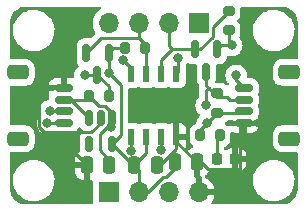
<source format=gtl>
%TF.GenerationSoftware,KiCad,Pcbnew,(6.0.10)*%
%TF.CreationDate,2023-01-14T14:38:52-05:00*%
%TF.ProjectId,AS5600-Breakout,41533536-3030-42d4-9272-65616b6f7574,rev?*%
%TF.SameCoordinates,Original*%
%TF.FileFunction,Copper,L1,Top*%
%TF.FilePolarity,Positive*%
%FSLAX46Y46*%
G04 Gerber Fmt 4.6, Leading zero omitted, Abs format (unit mm)*
G04 Created by KiCad (PCBNEW (6.0.10)) date 2023-01-14 14:38:52*
%MOMM*%
%LPD*%
G01*
G04 APERTURE LIST*
G04 Aperture macros list*
%AMRoundRect*
0 Rectangle with rounded corners*
0 $1 Rounding radius*
0 $2 $3 $4 $5 $6 $7 $8 $9 X,Y pos of 4 corners*
0 Add a 4 corners polygon primitive as box body*
4,1,4,$2,$3,$4,$5,$6,$7,$8,$9,$2,$3,0*
0 Add four circle primitives for the rounded corners*
1,1,$1+$1,$2,$3*
1,1,$1+$1,$4,$5*
1,1,$1+$1,$6,$7*
1,1,$1+$1,$8,$9*
0 Add four rect primitives between the rounded corners*
20,1,$1+$1,$2,$3,$4,$5,0*
20,1,$1+$1,$4,$5,$6,$7,0*
20,1,$1+$1,$6,$7,$8,$9,0*
20,1,$1+$1,$8,$9,$2,$3,0*%
G04 Aperture macros list end*
%TA.AperFunction,SMDPad,CuDef*%
%ADD10RoundRect,0.250000X-0.250000X-0.475000X0.250000X-0.475000X0.250000X0.475000X-0.250000X0.475000X0*%
%TD*%
%TA.AperFunction,SMDPad,CuDef*%
%ADD11RoundRect,0.218750X0.218750X0.256250X-0.218750X0.256250X-0.218750X-0.256250X0.218750X-0.256250X0*%
%TD*%
%TA.AperFunction,SMDPad,CuDef*%
%ADD12R,0.600000X1.400000*%
%TD*%
%TA.AperFunction,SMDPad,CuDef*%
%ADD13RoundRect,0.150000X-0.625000X0.150000X-0.625000X-0.150000X0.625000X-0.150000X0.625000X0.150000X0*%
%TD*%
%TA.AperFunction,SMDPad,CuDef*%
%ADD14RoundRect,0.250000X-0.650000X0.350000X-0.650000X-0.350000X0.650000X-0.350000X0.650000X0.350000X0*%
%TD*%
%TA.AperFunction,SMDPad,CuDef*%
%ADD15RoundRect,0.200000X0.275000X-0.200000X0.275000X0.200000X-0.275000X0.200000X-0.275000X-0.200000X0*%
%TD*%
%TA.AperFunction,SMDPad,CuDef*%
%ADD16RoundRect,0.150000X0.625000X-0.150000X0.625000X0.150000X-0.625000X0.150000X-0.625000X-0.150000X0*%
%TD*%
%TA.AperFunction,SMDPad,CuDef*%
%ADD17RoundRect,0.250000X0.650000X-0.350000X0.650000X0.350000X-0.650000X0.350000X-0.650000X-0.350000X0*%
%TD*%
%TA.AperFunction,SMDPad,CuDef*%
%ADD18RoundRect,0.250000X0.250000X0.475000X-0.250000X0.475000X-0.250000X-0.475000X0.250000X-0.475000X0*%
%TD*%
%TA.AperFunction,ComponentPad*%
%ADD19R,1.700000X1.700000*%
%TD*%
%TA.AperFunction,ComponentPad*%
%ADD20O,1.700000X1.700000*%
%TD*%
%TA.AperFunction,SMDPad,CuDef*%
%ADD21RoundRect,0.200000X-0.200000X-0.275000X0.200000X-0.275000X0.200000X0.275000X-0.200000X0.275000X0*%
%TD*%
%TA.AperFunction,SMDPad,CuDef*%
%ADD22RoundRect,0.150000X-0.150000X0.587500X-0.150000X-0.587500X0.150000X-0.587500X0.150000X0.587500X0*%
%TD*%
%TA.AperFunction,SMDPad,CuDef*%
%ADD23RoundRect,0.150000X-0.150000X0.512500X-0.150000X-0.512500X0.150000X-0.512500X0.150000X0.512500X0*%
%TD*%
%TA.AperFunction,ViaPad*%
%ADD24C,0.800000*%
%TD*%
%TA.AperFunction,Conductor*%
%ADD25C,0.250000*%
%TD*%
G04 APERTURE END LIST*
D10*
%TO.P,C3,1*%
%TO.N,3.3V*%
X126238000Y-89916000D03*
%TO.P,C3,2*%
%TO.N,GND*%
X128138000Y-89916000D03*
%TD*%
D11*
%TO.P,D1,1,K*%
%TO.N,GND*%
X131369000Y-89662000D03*
%TO.P,D1,2,A*%
%TO.N,Net-(D1-Pad2)*%
X129794000Y-89662000D03*
%TD*%
D12*
%TO.P,U2,1,VDD5V*%
%TO.N,5V*%
X122555000Y-87790000D03*
%TO.P,U2,2,VDD3V3*%
%TO.N,3.3V*%
X123825000Y-87790000D03*
%TO.P,U2,3,OUT*%
%TO.N,OUT*%
X125095000Y-87790000D03*
%TO.P,U2,4,GND*%
%TO.N,GND*%
X126365000Y-87790000D03*
%TO.P,U2,5,PGO*%
%TO.N,PGO*%
X126365000Y-82390000D03*
%TO.P,U2,6,SDA*%
%TO.N,SDA_3v*%
X125095000Y-82390000D03*
%TO.P,U2,7,SCL*%
%TO.N,SCL_3v*%
X123825000Y-82390000D03*
%TO.P,U2,8,DIR*%
%TO.N,DIR*%
X122555000Y-82390000D03*
%TD*%
D13*
%TO.P,J4,1,Pin_1*%
%TO.N,GND*%
X116840000Y-83590000D03*
%TO.P,J4,2,Pin_2*%
%TO.N,VCC*%
X116840000Y-84590000D03*
%TO.P,J4,3,Pin_3*%
%TO.N,SDA*%
X116840000Y-85590000D03*
%TO.P,J4,4,Pin_4*%
%TO.N,SCL*%
X116840000Y-86590000D03*
D14*
%TO.P,J4,MP*%
%TO.N,N/C*%
X112965000Y-82290000D03*
X112965000Y-87890000D03*
%TD*%
D15*
%TO.P,R2,1*%
%TO.N,VCC*%
X129840000Y-85724000D03*
%TO.P,R2,2*%
%TO.N,SDA*%
X129840000Y-84074000D03*
%TD*%
D16*
%TO.P,J3,1,Pin_1*%
%TO.N,GND*%
X132080000Y-86590000D03*
%TO.P,J3,2,Pin_2*%
%TO.N,VCC*%
X132080000Y-85590000D03*
%TO.P,J3,3,Pin_3*%
%TO.N,SDA*%
X132080000Y-84590000D03*
%TO.P,J3,4,Pin_4*%
%TO.N,SCL*%
X132080000Y-83590000D03*
D17*
%TO.P,J3,MP*%
%TO.N,N/C*%
X135955000Y-82290000D03*
X135955000Y-87890000D03*
%TD*%
D10*
%TO.P,C2,1*%
%TO.N,3.3V*%
X122814000Y-90170000D03*
%TO.P,C2,2*%
%TO.N,GND*%
X124714000Y-90170000D03*
%TD*%
D18*
%TO.P,C1,1*%
%TO.N,VCC*%
X120696000Y-90170000D03*
%TO.P,C1,2*%
%TO.N,GND*%
X118796000Y-90170000D03*
%TD*%
D19*
%TO.P,J2,1,Pin_1*%
%TO.N,PGO*%
X128270000Y-78105000D03*
D20*
%TO.P,J2,2,Pin_2*%
%TO.N,SDA_3v*%
X125730000Y-78105000D03*
%TO.P,J2,3,Pin_3*%
%TO.N,SCL_3v*%
X123190000Y-78105000D03*
%TO.P,J2,4,Pin_4*%
%TO.N,DIR*%
X120650000Y-78105000D03*
%TD*%
D21*
%TO.P,R1,1*%
%TO.N,VCC*%
X128398000Y-87630000D03*
%TO.P,R1,2*%
%TO.N,Net-(D1-Pad2)*%
X130048000Y-87630000D03*
%TD*%
D22*
%TO.P,Q2,1,G*%
%TO.N,3.3V*%
X129855000Y-80342500D03*
%TO.P,Q2,2,S*%
%TO.N,SDA_3v*%
X127955000Y-80342500D03*
%TO.P,Q2,3,D*%
%TO.N,SDA*%
X128905000Y-82217500D03*
%TD*%
D21*
%TO.P,R5,1*%
%TO.N,3.3V*%
X122048000Y-80264000D03*
%TO.P,R5,2*%
%TO.N,SCL_3v*%
X123698000Y-80264000D03*
%TD*%
%TO.P,R3,1*%
%TO.N,VCC*%
X118997000Y-84328000D03*
%TO.P,R3,2*%
%TO.N,SCL*%
X120647000Y-84328000D03*
%TD*%
D23*
%TO.P,U1,1,VIN*%
%TO.N,VCC*%
X120904000Y-86117000D03*
%TO.P,U1,2,GND*%
%TO.N,GND*%
X119954000Y-86117000D03*
%TO.P,U1,3,EN*%
%TO.N,VCC*%
X119004000Y-86117000D03*
%TO.P,U1,4,NC*%
%TO.N,unconnected-(U1-Pad4)*%
X119004000Y-88392000D03*
%TO.P,U1,5,VOUT*%
%TO.N,3.3V*%
X120904000Y-88392000D03*
%TD*%
D15*
%TO.P,R4,1*%
%TO.N,3.3V*%
X130810000Y-78740000D03*
%TO.P,R4,2*%
%TO.N,SDA_3v*%
X130810000Y-77090000D03*
%TD*%
D22*
%TO.P,Q1,1,G*%
%TO.N,3.3V*%
X120645000Y-80645000D03*
%TO.P,Q1,2,S*%
%TO.N,SCL_3v*%
X118745000Y-80645000D03*
%TO.P,Q1,3,D*%
%TO.N,SCL*%
X119695000Y-82520000D03*
%TD*%
D19*
%TO.P,J1,1,Pin_1*%
%TO.N,5V*%
X120650000Y-92456000D03*
D20*
%TO.P,J1,2,Pin_2*%
%TO.N,3.3V*%
X123190000Y-92456000D03*
%TO.P,J1,3,Pin_3*%
%TO.N,OUT*%
X125730000Y-92456000D03*
%TO.P,J1,4,Pin_4*%
%TO.N,GND*%
X128270000Y-92456000D03*
%TD*%
D24*
%TO.N,VCC*%
X120874996Y-86939662D03*
X128991000Y-86573000D03*
%TO.N,GND*%
X114935000Y-83820000D03*
X133350000Y-86614000D03*
%TO.N,3.3V*%
X120645000Y-82301000D03*
X131064000Y-80010000D03*
%TO.N,SDA*%
X128905000Y-85090000D03*
X115659500Y-85538799D03*
%TO.N,SCL*%
X131445000Y-82550000D03*
X118618000Y-82550000D03*
X115465500Y-86614000D03*
%TO.N,5V*%
X122555000Y-88954241D03*
%TO.N,OUT*%
X125095000Y-88900000D03*
%TO.N,PGO*%
X126492000Y-81067000D03*
%TO.N,DIR*%
X121875682Y-81225759D03*
%TD*%
D25*
%TO.N,VCC*%
X118735000Y-84590000D02*
X118997000Y-84328000D01*
X120696000Y-90170000D02*
X120696000Y-89708000D01*
X119888000Y-87517251D02*
X120904000Y-86501251D01*
X119798500Y-85129500D02*
X120300751Y-85129500D01*
X131946000Y-85724000D02*
X132080000Y-85590000D01*
X117477000Y-84590000D02*
X119004000Y-86117000D01*
X120904000Y-86501251D02*
X120904000Y-86117000D01*
X120300751Y-85129500D02*
X120904000Y-85732749D01*
X116840000Y-84590000D02*
X117477000Y-84590000D01*
X128991000Y-86573000D02*
X128398000Y-87166000D01*
X128398000Y-87166000D02*
X129840000Y-85724000D01*
X129840000Y-85724000D02*
X131946000Y-85724000D01*
X116840000Y-84590000D02*
X118735000Y-84590000D01*
X128398000Y-87630000D02*
X128398000Y-87166000D01*
X120696000Y-89708000D02*
X119888000Y-88900000D01*
X119888000Y-88900000D02*
X119888000Y-87517251D01*
X120904000Y-85732749D02*
X120904000Y-86117000D01*
X118997000Y-84328000D02*
X119798500Y-85129500D01*
%TO.N,GND*%
X114740500Y-84014500D02*
X114740500Y-86914305D01*
X119954000Y-86548000D02*
X119954000Y-86117000D01*
X133350000Y-86614000D02*
X132104000Y-86614000D01*
X132104000Y-86614000D02*
X132080000Y-86590000D01*
X131765000Y-86905000D02*
X131765000Y-89535000D01*
X126365000Y-87790000D02*
X126365000Y-88764183D01*
X128524000Y-92456000D02*
X129794000Y-92456000D01*
X126365000Y-88773000D02*
X126365000Y-88764183D01*
X115202195Y-87376000D02*
X117602000Y-87376000D01*
X114935000Y-83820000D02*
X114740500Y-84014500D01*
X128491000Y-89916000D02*
X129060000Y-90485000D01*
X118796000Y-90170000D02*
X117602000Y-88976000D01*
X126365000Y-88764183D02*
X124959183Y-90170000D01*
X124959183Y-90170000D02*
X124714000Y-90170000D01*
X131765000Y-90485000D02*
X129060000Y-90485000D01*
X126365000Y-88143000D02*
X128138000Y-89916000D01*
X114935000Y-83820000D02*
X115165000Y-83590000D01*
X117602000Y-87376000D02*
X119126000Y-87376000D01*
X128138000Y-89916000D02*
X128491000Y-89916000D01*
X132080000Y-86590000D02*
X131765000Y-86905000D01*
X126365000Y-87790000D02*
X126365000Y-88143000D01*
X115165000Y-83590000D02*
X116840000Y-83590000D01*
X129794000Y-92456000D02*
X131765000Y-90485000D01*
X131765000Y-90485000D02*
X131765000Y-89535000D01*
X114740500Y-86914305D02*
X115202195Y-87376000D01*
X119126000Y-87376000D02*
X119954000Y-86548000D01*
X117602000Y-88976000D02*
X117602000Y-87376000D01*
%TO.N,3.3V*%
X130810000Y-79756000D02*
X131064000Y-80010000D01*
X121026000Y-80264000D02*
X120645000Y-80645000D01*
X121666000Y-87630000D02*
X121666000Y-83322000D01*
X123190000Y-92456000D02*
X123190000Y-90546000D01*
X123825000Y-87790000D02*
X123825000Y-89142500D01*
X122814000Y-90153500D02*
X123825000Y-89142500D01*
X125236173Y-91186000D02*
X125476000Y-91186000D01*
X120904000Y-88392000D02*
X121666000Y-87630000D01*
X125476000Y-91186000D02*
X126238000Y-90424000D01*
X122682000Y-90170000D02*
X122814000Y-90170000D01*
X130187500Y-80010000D02*
X129855000Y-80342500D01*
X126238000Y-90424000D02*
X126238000Y-89916000D01*
X121666000Y-83322000D02*
X120645000Y-82301000D01*
X122814000Y-90170000D02*
X122814000Y-90153500D01*
X123190000Y-92456000D02*
X123966173Y-92456000D01*
X130810000Y-78740000D02*
X130810000Y-79756000D01*
X123190000Y-90546000D02*
X122814000Y-90170000D01*
X123966173Y-92456000D02*
X125236173Y-91186000D01*
X120645000Y-80645000D02*
X120645000Y-82301000D01*
X122814000Y-90170000D02*
X122616500Y-90170000D01*
X120904000Y-88392000D02*
X122682000Y-90170000D01*
X131064000Y-80010000D02*
X130187500Y-80010000D01*
X121920000Y-80264000D02*
X121026000Y-80264000D01*
%TO.N,Net-(D1-Pad2)*%
X129794000Y-89662000D02*
X129794000Y-87884000D01*
X129794000Y-87884000D02*
X130048000Y-87630000D01*
%TO.N,SDA_3v*%
X125730000Y-80040000D02*
X125730000Y-78105000D01*
X128382500Y-80342500D02*
X127955000Y-80342500D01*
X129445000Y-79280000D02*
X128382500Y-80342500D01*
X125095000Y-81280000D02*
X125095000Y-82390000D01*
X127955000Y-80342500D02*
X126032500Y-80342500D01*
X126032500Y-80342500D02*
X125730000Y-80040000D01*
X126032500Y-80342500D02*
X125095000Y-81280000D01*
X129445000Y-78455000D02*
X129445000Y-79280000D01*
X130810000Y-77090000D02*
X129445000Y-78455000D01*
%TO.N,SCL_3v*%
X123825000Y-80645000D02*
X123825000Y-82390000D01*
X123190000Y-79375000D02*
X123190000Y-78105000D01*
X123190000Y-79375000D02*
X123825000Y-80010000D01*
X123825000Y-80010000D02*
X123825000Y-80645000D01*
X118745000Y-80645000D02*
X120015000Y-79375000D01*
X120015000Y-79375000D02*
X123190000Y-79375000D01*
%TO.N,SDA*%
X129840000Y-84335000D02*
X130690000Y-84335000D01*
X128905000Y-85090000D02*
X128905000Y-83820000D01*
X128905000Y-82217500D02*
X128905000Y-83400000D01*
X116248799Y-85538799D02*
X116300000Y-85590000D01*
X115659500Y-85538799D02*
X116248799Y-85538799D01*
X130945000Y-84590000D02*
X132080000Y-84590000D01*
X128905000Y-83400000D02*
X129115000Y-83610000D01*
X129115000Y-83610000D02*
X129840000Y-84335000D01*
X130690000Y-84335000D02*
X130945000Y-84590000D01*
X128905000Y-83820000D02*
X129115000Y-83610000D01*
%TO.N,SCL*%
X116840000Y-86614000D02*
X115465500Y-86614000D01*
X116840000Y-86590000D02*
X116840000Y-86614000D01*
X118648000Y-82520000D02*
X118618000Y-82550000D01*
X131318000Y-82828000D02*
X132080000Y-83590000D01*
X119695000Y-82520000D02*
X118648000Y-82520000D01*
X120647000Y-84328000D02*
X120647000Y-83472000D01*
X131445000Y-82550000D02*
X131318000Y-82550000D01*
X120647000Y-83472000D02*
X119695000Y-82520000D01*
X131318000Y-82550000D02*
X131318000Y-82828000D01*
%TO.N,5V*%
X122555000Y-88954241D02*
X122555000Y-87790000D01*
%TO.N,OUT*%
X125095000Y-87790000D02*
X125095000Y-88900000D01*
%TO.N,PGO*%
X126492000Y-81067000D02*
X126492000Y-82263000D01*
X126492000Y-82263000D02*
X126365000Y-82390000D01*
%TO.N,DIR*%
X122555000Y-82390000D02*
X122555000Y-81905077D01*
X122555000Y-81905077D02*
X121875682Y-81225759D01*
%TD*%
%TA.AperFunction,Conductor*%
%TO.N,GND*%
G36*
X119943622Y-76728502D02*
G01*
X119990115Y-76782158D01*
X120000219Y-76852432D01*
X119970725Y-76917012D01*
X119933683Y-76946262D01*
X119923607Y-76951507D01*
X119919474Y-76954610D01*
X119919471Y-76954612D01*
X119749100Y-77082530D01*
X119744965Y-77085635D01*
X119714490Y-77117525D01*
X119651280Y-77183671D01*
X119590629Y-77247138D01*
X119464743Y-77431680D01*
X119420796Y-77526356D01*
X119391163Y-77590196D01*
X119370688Y-77634305D01*
X119310989Y-77849570D01*
X119287251Y-78071695D01*
X119287548Y-78076848D01*
X119287548Y-78076851D01*
X119297736Y-78253550D01*
X119300110Y-78294715D01*
X119301247Y-78299761D01*
X119301248Y-78299767D01*
X119316823Y-78368874D01*
X119349222Y-78512639D01*
X119433266Y-78719616D01*
X119470358Y-78780144D01*
X119511014Y-78846489D01*
X119529552Y-78915023D01*
X119508096Y-78982699D01*
X119492676Y-79001419D01*
X119123838Y-79370257D01*
X119061526Y-79404283D01*
X119011770Y-79402562D01*
X119011345Y-79404890D01*
X119005006Y-79403732D01*
X118998831Y-79401938D01*
X118992426Y-79401434D01*
X118992421Y-79401433D01*
X118963958Y-79399193D01*
X118963950Y-79399193D01*
X118961502Y-79399000D01*
X118528498Y-79399000D01*
X118526050Y-79399193D01*
X118526042Y-79399193D01*
X118497579Y-79401433D01*
X118497574Y-79401434D01*
X118491169Y-79401938D01*
X118417213Y-79423424D01*
X118339012Y-79446143D01*
X118339010Y-79446144D01*
X118331399Y-79448355D01*
X118324572Y-79452392D01*
X118324573Y-79452392D01*
X118195020Y-79529009D01*
X118195017Y-79529011D01*
X118188193Y-79533047D01*
X118070547Y-79650693D01*
X118066511Y-79657517D01*
X118066509Y-79657520D01*
X118036853Y-79707666D01*
X117985855Y-79793899D01*
X117983644Y-79801510D01*
X117983643Y-79801512D01*
X117980158Y-79813509D01*
X117939438Y-79953669D01*
X117938934Y-79960074D01*
X117938933Y-79960079D01*
X117936749Y-79987836D01*
X117936500Y-79990998D01*
X117936500Y-81299002D01*
X117936693Y-81301450D01*
X117936693Y-81301458D01*
X117936928Y-81304434D01*
X117939438Y-81336331D01*
X117942452Y-81346704D01*
X117975808Y-81461517D01*
X117985855Y-81496101D01*
X117989892Y-81502927D01*
X118066509Y-81632480D01*
X118066511Y-81632483D01*
X118070547Y-81639307D01*
X118076155Y-81644915D01*
X118081011Y-81651175D01*
X118079204Y-81652577D01*
X118107681Y-81704727D01*
X118102616Y-81775542D01*
X118058622Y-81833445D01*
X118006747Y-81871134D01*
X118002326Y-81876044D01*
X118002325Y-81876045D01*
X117987224Y-81892817D01*
X117878960Y-82013056D01*
X117783473Y-82178444D01*
X117724458Y-82360072D01*
X117704496Y-82550000D01*
X117705186Y-82556565D01*
X117714810Y-82648137D01*
X117702037Y-82717975D01*
X117653535Y-82769822D01*
X117584702Y-82787216D01*
X117566862Y-82785257D01*
X117562333Y-82784430D01*
X117533916Y-82782193D01*
X117528986Y-82782000D01*
X117112115Y-82782000D01*
X117096876Y-82786475D01*
X117095671Y-82787865D01*
X117094000Y-82795548D01*
X117094000Y-83655500D01*
X117073998Y-83723621D01*
X117020342Y-83770114D01*
X116968000Y-83781500D01*
X116148498Y-83781500D01*
X116146050Y-83781693D01*
X116146042Y-83781693D01*
X116117579Y-83783933D01*
X116117574Y-83783934D01*
X116111169Y-83784438D01*
X116057800Y-83799943D01*
X115959011Y-83828643D01*
X115959007Y-83828645D01*
X115951399Y-83830855D01*
X115946275Y-83833885D01*
X115897430Y-83844000D01*
X115578122Y-83844000D01*
X115564591Y-83847973D01*
X115563456Y-83855871D01*
X115604107Y-83995790D01*
X115610352Y-84010221D01*
X115619311Y-84025370D01*
X115636770Y-84094186D01*
X115619310Y-84153648D01*
X115605855Y-84176399D01*
X115559438Y-84336169D01*
X115556500Y-84373498D01*
X115556500Y-84529863D01*
X115536498Y-84597984D01*
X115482842Y-84644477D01*
X115456698Y-84653110D01*
X115377212Y-84670005D01*
X115371182Y-84672690D01*
X115371181Y-84672690D01*
X115208778Y-84744996D01*
X115208776Y-84744997D01*
X115202748Y-84747681D01*
X115048247Y-84859933D01*
X115043826Y-84864843D01*
X115043825Y-84864844D01*
X114925743Y-84995988D01*
X114920460Y-85001855D01*
X114824973Y-85167243D01*
X114765958Y-85348871D01*
X114765268Y-85355432D01*
X114765268Y-85355434D01*
X114763110Y-85375968D01*
X114745996Y-85538799D01*
X114765958Y-85728727D01*
X114767998Y-85735005D01*
X114816172Y-85883269D01*
X114818200Y-85954236D01*
X114789977Y-86006513D01*
X114726460Y-86077056D01*
X114630973Y-86242444D01*
X114571958Y-86424072D01*
X114571268Y-86430633D01*
X114571268Y-86430635D01*
X114553935Y-86595548D01*
X114551996Y-86614000D01*
X114552686Y-86620565D01*
X114570726Y-86792203D01*
X114571958Y-86803928D01*
X114630973Y-86985556D01*
X114634276Y-86991278D01*
X114634277Y-86991279D01*
X114638734Y-86998998D01*
X114726460Y-87150944D01*
X114730878Y-87155851D01*
X114730879Y-87155852D01*
X114785085Y-87216054D01*
X114854247Y-87292866D01*
X114945389Y-87359085D01*
X114999374Y-87398307D01*
X115008748Y-87405118D01*
X115014776Y-87407802D01*
X115014778Y-87407803D01*
X115175858Y-87479520D01*
X115183212Y-87482794D01*
X115276612Y-87502647D01*
X115363556Y-87521128D01*
X115363561Y-87521128D01*
X115370013Y-87522500D01*
X115560987Y-87522500D01*
X115567439Y-87521128D01*
X115567444Y-87521128D01*
X115654388Y-87502647D01*
X115747788Y-87482794D01*
X115755142Y-87479520D01*
X115916222Y-87407803D01*
X115916224Y-87407802D01*
X115922252Y-87405118D01*
X115935677Y-87395364D01*
X116002546Y-87371508D01*
X116044887Y-87376306D01*
X116104989Y-87393767D01*
X116104993Y-87393768D01*
X116111169Y-87395562D01*
X116117579Y-87396067D01*
X116117582Y-87396067D01*
X116146042Y-87398307D01*
X116146050Y-87398307D01*
X116148498Y-87398500D01*
X117531502Y-87398500D01*
X117533950Y-87398307D01*
X117533958Y-87398307D01*
X117562421Y-87396067D01*
X117562426Y-87396066D01*
X117568831Y-87395562D01*
X117668769Y-87366528D01*
X117720988Y-87351357D01*
X117720990Y-87351356D01*
X117728601Y-87349145D01*
X117809565Y-87301263D01*
X117864980Y-87268491D01*
X117864983Y-87268489D01*
X117871807Y-87264453D01*
X117989453Y-87146807D01*
X117993489Y-87139983D01*
X117993491Y-87139980D01*
X118070109Y-87010426D01*
X118070110Y-87010424D01*
X118074145Y-87003601D01*
X118075712Y-86998207D01*
X118120465Y-86944423D01*
X118188172Y-86923063D01*
X118256679Y-86941699D01*
X118299143Y-86984897D01*
X118329547Y-87036307D01*
X118447193Y-87153953D01*
X118451002Y-87156206D01*
X118491655Y-87212496D01*
X118495506Y-87283388D01*
X118460418Y-87345109D01*
X118452724Y-87351776D01*
X118447193Y-87355047D01*
X118329547Y-87472693D01*
X118325511Y-87479517D01*
X118325509Y-87479520D01*
X118300091Y-87522500D01*
X118244855Y-87615899D01*
X118198438Y-87775669D01*
X118195500Y-87812998D01*
X118195500Y-88950269D01*
X118175498Y-89018390D01*
X118135803Y-89057413D01*
X118078193Y-89093063D01*
X118066792Y-89102099D01*
X117952261Y-89216829D01*
X117943249Y-89228240D01*
X117858184Y-89366243D01*
X117852037Y-89379424D01*
X117800862Y-89533710D01*
X117797995Y-89547086D01*
X117788328Y-89641438D01*
X117788000Y-89647855D01*
X117788000Y-89897885D01*
X117792475Y-89913124D01*
X117793865Y-89914329D01*
X117801548Y-89916000D01*
X118924000Y-89916000D01*
X118992121Y-89936002D01*
X119038614Y-89989658D01*
X119050000Y-90042000D01*
X119050000Y-91384884D01*
X119054475Y-91400123D01*
X119055865Y-91401328D01*
X119063548Y-91402999D01*
X119093095Y-91402999D01*
X119099612Y-91402662D01*
X119155632Y-91396849D01*
X119225453Y-91409714D01*
X119277236Y-91458284D01*
X119294538Y-91527140D01*
X119293900Y-91535777D01*
X119291500Y-91557866D01*
X119291500Y-93345500D01*
X119271498Y-93413621D01*
X119217842Y-93460114D01*
X119165500Y-93471500D01*
X113714367Y-93471500D01*
X113694982Y-93470000D01*
X113680149Y-93467690D01*
X113680145Y-93467690D01*
X113671276Y-93466309D01*
X113657211Y-93468148D01*
X113630996Y-93468824D01*
X113497889Y-93458348D01*
X113456426Y-93455085D01*
X113436897Y-93451992D01*
X113243097Y-93405464D01*
X113224294Y-93399354D01*
X113040160Y-93323084D01*
X113022543Y-93314107D01*
X112852613Y-93209973D01*
X112836618Y-93198352D01*
X112685066Y-93068915D01*
X112671085Y-93054934D01*
X112541648Y-92903382D01*
X112530027Y-92887387D01*
X112425893Y-92717457D01*
X112416916Y-92699840D01*
X112340646Y-92515706D01*
X112334536Y-92496903D01*
X112288008Y-92303103D01*
X112284915Y-92283574D01*
X112272009Y-92119583D01*
X112272994Y-92097258D01*
X112272334Y-92097199D01*
X112272769Y-92092351D01*
X112273576Y-92087552D01*
X112273729Y-92075000D01*
X112269773Y-92047376D01*
X112268500Y-92029514D01*
X112268500Y-91547655D01*
X112539858Y-91547655D01*
X112575104Y-91806638D01*
X112576412Y-91811124D01*
X112576412Y-91811126D01*
X112596098Y-91878664D01*
X112648243Y-92057567D01*
X112757668Y-92294928D01*
X112760231Y-92298837D01*
X112898410Y-92509596D01*
X112898414Y-92509601D01*
X112900976Y-92513509D01*
X113075018Y-92708506D01*
X113275970Y-92875637D01*
X113279973Y-92878066D01*
X113495422Y-93008804D01*
X113495426Y-93008806D01*
X113499419Y-93011229D01*
X113740455Y-93112303D01*
X113993783Y-93176641D01*
X113998434Y-93177109D01*
X113998438Y-93177110D01*
X114191308Y-93196531D01*
X114210867Y-93198500D01*
X114366354Y-93198500D01*
X114368679Y-93198327D01*
X114368685Y-93198327D01*
X114556000Y-93184407D01*
X114556004Y-93184406D01*
X114560652Y-93184061D01*
X114565200Y-93183032D01*
X114565206Y-93183031D01*
X114796569Y-93130678D01*
X114815577Y-93126377D01*
X114819931Y-93124684D01*
X115054824Y-93033340D01*
X115054827Y-93033339D01*
X115059177Y-93031647D01*
X115286098Y-92901951D01*
X115491357Y-92740138D01*
X115670443Y-92549763D01*
X115819424Y-92335009D01*
X115821492Y-92330816D01*
X115932960Y-92104781D01*
X115932961Y-92104778D01*
X115935025Y-92100593D01*
X115939200Y-92087552D01*
X116013280Y-91856123D01*
X116014707Y-91851665D01*
X116056721Y-91593693D01*
X116058483Y-91459051D01*
X116060081Y-91337022D01*
X116060081Y-91337019D01*
X116060142Y-91332345D01*
X116024896Y-91073362D01*
X116010473Y-91023877D01*
X115965682Y-90870207D01*
X115951757Y-90822433D01*
X115948767Y-90815946D01*
X115898346Y-90706576D01*
X115891670Y-90692095D01*
X117788001Y-90692095D01*
X117788338Y-90698614D01*
X117798257Y-90794206D01*
X117801149Y-90807600D01*
X117852588Y-90961784D01*
X117858761Y-90974962D01*
X117944063Y-91112807D01*
X117953099Y-91124208D01*
X118067829Y-91238739D01*
X118079240Y-91247751D01*
X118217243Y-91332816D01*
X118230424Y-91338963D01*
X118384710Y-91390138D01*
X118398086Y-91393005D01*
X118492438Y-91402672D01*
X118498854Y-91403000D01*
X118523885Y-91403000D01*
X118539124Y-91398525D01*
X118540329Y-91397135D01*
X118542000Y-91389452D01*
X118542000Y-90442115D01*
X118537525Y-90426876D01*
X118536135Y-90425671D01*
X118528452Y-90424000D01*
X117806116Y-90424000D01*
X117790877Y-90428475D01*
X117789672Y-90429865D01*
X117788001Y-90437548D01*
X117788001Y-90692095D01*
X115891670Y-90692095D01*
X115842332Y-90585072D01*
X115784137Y-90496310D01*
X115701590Y-90370404D01*
X115701586Y-90370399D01*
X115699024Y-90366491D01*
X115524982Y-90171494D01*
X115324030Y-90004363D01*
X115256385Y-89963315D01*
X115104578Y-89871196D01*
X115104574Y-89871194D01*
X115100581Y-89868771D01*
X114859545Y-89767697D01*
X114606217Y-89703359D01*
X114601566Y-89702891D01*
X114601562Y-89702890D01*
X114392271Y-89681816D01*
X114389133Y-89681500D01*
X114233646Y-89681500D01*
X114231321Y-89681673D01*
X114231315Y-89681673D01*
X114044000Y-89695593D01*
X114043996Y-89695594D01*
X114039348Y-89695939D01*
X114034800Y-89696968D01*
X114034794Y-89696969D01*
X113863816Y-89735658D01*
X113784423Y-89753623D01*
X113780071Y-89755315D01*
X113780069Y-89755316D01*
X113545176Y-89846660D01*
X113545173Y-89846661D01*
X113540823Y-89848353D01*
X113313902Y-89978049D01*
X113108643Y-90139862D01*
X112929557Y-90330237D01*
X112834791Y-90466841D01*
X112814889Y-90495530D01*
X112780576Y-90544991D01*
X112778510Y-90549181D01*
X112778508Y-90549184D01*
X112704818Y-90698614D01*
X112664975Y-90779407D01*
X112585293Y-91028335D01*
X112543279Y-91286307D01*
X112543093Y-91300542D01*
X112540127Y-91527140D01*
X112539858Y-91547655D01*
X112268500Y-91547655D01*
X112268500Y-89124500D01*
X112288502Y-89056379D01*
X112342158Y-89009886D01*
X112394500Y-88998500D01*
X113665400Y-88998500D01*
X113668646Y-88998163D01*
X113668650Y-88998163D01*
X113764308Y-88988238D01*
X113764312Y-88988237D01*
X113771166Y-88987526D01*
X113777702Y-88985345D01*
X113777704Y-88985345D01*
X113909806Y-88941272D01*
X113938946Y-88931550D01*
X114089348Y-88838478D01*
X114214305Y-88713303D01*
X114218146Y-88707072D01*
X114303275Y-88568968D01*
X114303276Y-88568966D01*
X114307115Y-88562738D01*
X114362797Y-88394861D01*
X114373500Y-88290400D01*
X114373500Y-87489600D01*
X114365013Y-87407803D01*
X114363238Y-87390692D01*
X114363237Y-87390688D01*
X114362526Y-87383834D01*
X114360015Y-87376306D01*
X114308868Y-87223002D01*
X114306550Y-87216054D01*
X114213478Y-87065652D01*
X114088303Y-86940695D01*
X114011092Y-86893101D01*
X113943968Y-86851725D01*
X113943966Y-86851724D01*
X113937738Y-86847885D01*
X113820780Y-86809092D01*
X113776389Y-86794368D01*
X113776387Y-86794368D01*
X113769861Y-86792203D01*
X113763025Y-86791503D01*
X113763022Y-86791502D01*
X113719969Y-86787091D01*
X113665400Y-86781500D01*
X112394500Y-86781500D01*
X112326379Y-86761498D01*
X112279886Y-86707842D01*
X112268500Y-86655500D01*
X112268500Y-83524500D01*
X112288502Y-83456379D01*
X112342158Y-83409886D01*
X112394500Y-83398500D01*
X113665400Y-83398500D01*
X113668646Y-83398163D01*
X113668650Y-83398163D01*
X113764308Y-83388238D01*
X113764312Y-83388237D01*
X113771166Y-83387526D01*
X113777702Y-83385345D01*
X113777704Y-83385345D01*
X113925608Y-83336000D01*
X113938946Y-83331550D01*
X113959865Y-83318605D01*
X115565061Y-83318605D01*
X115565101Y-83332706D01*
X115572370Y-83336000D01*
X116567885Y-83336000D01*
X116583124Y-83331525D01*
X116584329Y-83330135D01*
X116586000Y-83322452D01*
X116586000Y-82800116D01*
X116581525Y-82784877D01*
X116580135Y-82783672D01*
X116572452Y-82782001D01*
X116151017Y-82782001D01*
X116146080Y-82782195D01*
X116117664Y-82784430D01*
X116105069Y-82786730D01*
X115959210Y-82829107D01*
X115944779Y-82835352D01*
X115815322Y-82911911D01*
X115802896Y-82921551D01*
X115696551Y-83027896D01*
X115686911Y-83040322D01*
X115610352Y-83169779D01*
X115604107Y-83184210D01*
X115565061Y-83318605D01*
X113959865Y-83318605D01*
X114089348Y-83238478D01*
X114214305Y-83113303D01*
X114246553Y-83060988D01*
X114303275Y-82968968D01*
X114303276Y-82968966D01*
X114307115Y-82962738D01*
X114349367Y-82835352D01*
X114360632Y-82801389D01*
X114360632Y-82801387D01*
X114362797Y-82794861D01*
X114363581Y-82787216D01*
X114373172Y-82693598D01*
X114373500Y-82690400D01*
X114373500Y-81889600D01*
X114371584Y-81871134D01*
X114363238Y-81790692D01*
X114363237Y-81790688D01*
X114362526Y-81783834D01*
X114354202Y-81758882D01*
X114308868Y-81623002D01*
X114306550Y-81616054D01*
X114213478Y-81465652D01*
X114088303Y-81340695D01*
X114081996Y-81336807D01*
X113943968Y-81251725D01*
X113943966Y-81251724D01*
X113937738Y-81247885D01*
X113794656Y-81200427D01*
X113776389Y-81194368D01*
X113776387Y-81194368D01*
X113769861Y-81192203D01*
X113763025Y-81191503D01*
X113763022Y-81191502D01*
X113719969Y-81187091D01*
X113665400Y-81181500D01*
X112394500Y-81181500D01*
X112326379Y-81161498D01*
X112279886Y-81107842D01*
X112268500Y-81055500D01*
X112268500Y-78847655D01*
X112539858Y-78847655D01*
X112575104Y-79106638D01*
X112576412Y-79111124D01*
X112576412Y-79111126D01*
X112596098Y-79178664D01*
X112648243Y-79357567D01*
X112650203Y-79361820D01*
X112650204Y-79361821D01*
X112668486Y-79401478D01*
X112757668Y-79594928D01*
X112760231Y-79598837D01*
X112898410Y-79809596D01*
X112898414Y-79809601D01*
X112900976Y-79813509D01*
X113075018Y-80008506D01*
X113275970Y-80175637D01*
X113279973Y-80178066D01*
X113495422Y-80308804D01*
X113495426Y-80308806D01*
X113499419Y-80311229D01*
X113740455Y-80412303D01*
X113993783Y-80476641D01*
X113998434Y-80477109D01*
X113998438Y-80477110D01*
X114191308Y-80496531D01*
X114210867Y-80498500D01*
X114366354Y-80498500D01*
X114368679Y-80498327D01*
X114368685Y-80498327D01*
X114556000Y-80484407D01*
X114556004Y-80484406D01*
X114560652Y-80484061D01*
X114565200Y-80483032D01*
X114565206Y-80483031D01*
X114751601Y-80440853D01*
X114815577Y-80426377D01*
X114851769Y-80412303D01*
X115054824Y-80333340D01*
X115054827Y-80333339D01*
X115059177Y-80331647D01*
X115286098Y-80201951D01*
X115491357Y-80040138D01*
X115670443Y-79849763D01*
X115789608Y-79677988D01*
X115816759Y-79638851D01*
X115816761Y-79638848D01*
X115819424Y-79635009D01*
X115869706Y-79533047D01*
X115932960Y-79404781D01*
X115932961Y-79404778D01*
X115935025Y-79400593D01*
X115940797Y-79382563D01*
X116013280Y-79156123D01*
X116014707Y-79151665D01*
X116056721Y-78893693D01*
X116060142Y-78632345D01*
X116024896Y-78373362D01*
X116010473Y-78323877D01*
X115985967Y-78239804D01*
X115951757Y-78122433D01*
X115932599Y-78080875D01*
X115844289Y-77889318D01*
X115842332Y-77885072D01*
X115736650Y-77723880D01*
X115701590Y-77670404D01*
X115701586Y-77670399D01*
X115699024Y-77666491D01*
X115524982Y-77471494D01*
X115324030Y-77304363D01*
X115236755Y-77251403D01*
X115104578Y-77171196D01*
X115104574Y-77171194D01*
X115100581Y-77168771D01*
X114859545Y-77067697D01*
X114606217Y-77003359D01*
X114601566Y-77002891D01*
X114601562Y-77002890D01*
X114392271Y-76981816D01*
X114389133Y-76981500D01*
X114233646Y-76981500D01*
X114231321Y-76981673D01*
X114231315Y-76981673D01*
X114044000Y-76995593D01*
X114043996Y-76995594D01*
X114039348Y-76995939D01*
X114034800Y-76996968D01*
X114034794Y-76996969D01*
X113848399Y-77039147D01*
X113784423Y-77053623D01*
X113780071Y-77055315D01*
X113780069Y-77055316D01*
X113545176Y-77146660D01*
X113545173Y-77146661D01*
X113540823Y-77148353D01*
X113536769Y-77150670D01*
X113536767Y-77150671D01*
X113505099Y-77168771D01*
X113313902Y-77278049D01*
X113108643Y-77439862D01*
X112929557Y-77630237D01*
X112856355Y-77735757D01*
X112793817Y-77825905D01*
X112780576Y-77844991D01*
X112778510Y-77849181D01*
X112778508Y-77849184D01*
X112702115Y-78004095D01*
X112664975Y-78079407D01*
X112663553Y-78083850D01*
X112663552Y-78083852D01*
X112643460Y-78146621D01*
X112585293Y-78328335D01*
X112543279Y-78586307D01*
X112543218Y-78590980D01*
X112541248Y-78741500D01*
X112539858Y-78847655D01*
X112268500Y-78847655D01*
X112268500Y-78158250D01*
X112270246Y-78137345D01*
X112272770Y-78122344D01*
X112272770Y-78122341D01*
X112273576Y-78117552D01*
X112273729Y-78105000D01*
X112272334Y-78095260D01*
X112271450Y-78067515D01*
X112284915Y-77896426D01*
X112288008Y-77876897D01*
X112334536Y-77683097D01*
X112340646Y-77664294D01*
X112416916Y-77480160D01*
X112425893Y-77462543D01*
X112530027Y-77292613D01*
X112541648Y-77276618D01*
X112671085Y-77125066D01*
X112685066Y-77111085D01*
X112836618Y-76981648D01*
X112852613Y-76970027D01*
X113022543Y-76865893D01*
X113040160Y-76856916D01*
X113224294Y-76780646D01*
X113243097Y-76774536D01*
X113436897Y-76728008D01*
X113456426Y-76724915D01*
X113623987Y-76711728D01*
X113640875Y-76712370D01*
X113640877Y-76712200D01*
X113649853Y-76712310D01*
X113658724Y-76713691D01*
X113667626Y-76712527D01*
X113667628Y-76712527D01*
X113685864Y-76710142D01*
X113690286Y-76709564D01*
X113706621Y-76708500D01*
X119875501Y-76708500D01*
X119943622Y-76728502D01*
G37*
%TD.AperFunction*%
%TA.AperFunction,Conductor*%
G36*
X135225018Y-76710000D02*
G01*
X135239851Y-76712310D01*
X135239855Y-76712310D01*
X135248724Y-76713691D01*
X135262789Y-76711852D01*
X135289004Y-76711176D01*
X135422111Y-76721652D01*
X135463574Y-76724915D01*
X135483103Y-76728008D01*
X135676903Y-76774536D01*
X135695706Y-76780646D01*
X135879840Y-76856916D01*
X135897457Y-76865893D01*
X136067387Y-76970027D01*
X136083382Y-76981648D01*
X136234934Y-77111085D01*
X136248915Y-77125066D01*
X136378352Y-77276618D01*
X136389973Y-77292613D01*
X136494107Y-77462543D01*
X136503084Y-77480160D01*
X136579354Y-77664294D01*
X136585464Y-77683097D01*
X136631992Y-77876897D01*
X136635085Y-77896426D01*
X136648272Y-78063987D01*
X136647630Y-78080875D01*
X136647800Y-78080877D01*
X136647690Y-78089853D01*
X136646309Y-78098724D01*
X136647473Y-78107626D01*
X136647473Y-78107628D01*
X136650436Y-78130283D01*
X136651500Y-78146621D01*
X136651500Y-81055500D01*
X136631498Y-81123621D01*
X136577842Y-81170114D01*
X136525500Y-81181500D01*
X135254600Y-81181500D01*
X135251354Y-81181837D01*
X135251350Y-81181837D01*
X135155692Y-81191762D01*
X135155688Y-81191763D01*
X135148834Y-81192474D01*
X135142298Y-81194655D01*
X135142296Y-81194655D01*
X135010194Y-81238728D01*
X134981054Y-81248450D01*
X134830652Y-81341522D01*
X134705695Y-81466697D01*
X134701855Y-81472927D01*
X134701854Y-81472928D01*
X134618073Y-81608846D01*
X134612885Y-81617262D01*
X134602659Y-81648094D01*
X134566803Y-81756197D01*
X134557203Y-81785139D01*
X134546500Y-81889600D01*
X134546500Y-82690400D01*
X134546837Y-82693646D01*
X134546837Y-82693650D01*
X134556613Y-82787865D01*
X134557474Y-82796166D01*
X134559655Y-82802702D01*
X134559655Y-82802704D01*
X134592924Y-82902421D01*
X134613450Y-82963946D01*
X134706522Y-83114348D01*
X134711704Y-83119521D01*
X134768681Y-83176399D01*
X134831697Y-83239305D01*
X134837927Y-83243145D01*
X134837928Y-83243146D01*
X134975090Y-83327694D01*
X134982262Y-83332115D01*
X135017766Y-83343891D01*
X135143611Y-83385632D01*
X135143613Y-83385632D01*
X135150139Y-83387797D01*
X135156975Y-83388497D01*
X135156978Y-83388498D01*
X135200031Y-83392909D01*
X135254600Y-83398500D01*
X136525500Y-83398500D01*
X136593621Y-83418502D01*
X136640114Y-83472158D01*
X136651500Y-83524500D01*
X136651500Y-86655500D01*
X136631498Y-86723621D01*
X136577842Y-86770114D01*
X136525500Y-86781500D01*
X135254600Y-86781500D01*
X135251354Y-86781837D01*
X135251350Y-86781837D01*
X135155692Y-86791762D01*
X135155688Y-86791763D01*
X135148834Y-86792474D01*
X135142298Y-86794655D01*
X135142296Y-86794655D01*
X135017319Y-86836351D01*
X134981054Y-86848450D01*
X134830652Y-86941522D01*
X134705695Y-87066697D01*
X134701855Y-87072927D01*
X134701854Y-87072928D01*
X134660523Y-87139980D01*
X134612885Y-87217262D01*
X134610581Y-87224209D01*
X134569142Y-87349145D01*
X134557203Y-87385139D01*
X134556503Y-87391975D01*
X134556502Y-87391978D01*
X134555553Y-87401239D01*
X134546500Y-87489600D01*
X134546500Y-88290400D01*
X134546837Y-88293646D01*
X134546837Y-88293650D01*
X134552205Y-88345381D01*
X134557474Y-88396166D01*
X134613450Y-88563946D01*
X134706522Y-88714348D01*
X134831697Y-88839305D01*
X134837927Y-88843145D01*
X134837928Y-88843146D01*
X134975090Y-88927694D01*
X134982262Y-88932115D01*
X135036995Y-88950269D01*
X135143611Y-88985632D01*
X135143613Y-88985632D01*
X135150139Y-88987797D01*
X135156975Y-88988497D01*
X135156978Y-88988498D01*
X135200031Y-88992909D01*
X135254600Y-88998500D01*
X136525500Y-88998500D01*
X136593621Y-89018502D01*
X136640114Y-89072158D01*
X136651500Y-89124500D01*
X136651500Y-92025633D01*
X136650000Y-92045018D01*
X136647690Y-92059851D01*
X136647690Y-92059855D01*
X136646309Y-92068724D01*
X136648148Y-92082789D01*
X136648824Y-92109004D01*
X136642931Y-92183885D01*
X136635085Y-92283574D01*
X136631992Y-92303103D01*
X136585464Y-92496903D01*
X136579354Y-92515706D01*
X136503084Y-92699840D01*
X136494107Y-92717457D01*
X136389973Y-92887387D01*
X136378352Y-92903382D01*
X136248915Y-93054934D01*
X136234934Y-93068915D01*
X136083382Y-93198352D01*
X136067387Y-93209973D01*
X135897457Y-93314107D01*
X135879840Y-93323084D01*
X135695706Y-93399354D01*
X135676903Y-93405464D01*
X135483103Y-93451992D01*
X135463574Y-93455085D01*
X135296013Y-93468272D01*
X135279125Y-93467630D01*
X135279123Y-93467800D01*
X135270147Y-93467690D01*
X135261276Y-93466309D01*
X135252374Y-93467473D01*
X135252372Y-93467473D01*
X135237323Y-93469441D01*
X135229714Y-93470436D01*
X135213379Y-93471500D01*
X129458315Y-93471500D01*
X129390194Y-93451498D01*
X129343701Y-93397842D01*
X129333597Y-93327568D01*
X129355993Y-93271974D01*
X129435004Y-93162020D01*
X129440313Y-93153183D01*
X129534670Y-92962267D01*
X129538469Y-92952672D01*
X129600377Y-92748910D01*
X129602555Y-92738837D01*
X129603986Y-92727962D01*
X129601775Y-92713778D01*
X129588617Y-92710000D01*
X128142000Y-92710000D01*
X128073879Y-92689998D01*
X128027386Y-92636342D01*
X128016000Y-92584000D01*
X128016000Y-91207115D01*
X128011525Y-91191876D01*
X128010135Y-91190671D01*
X127989217Y-91186121D01*
X127989876Y-91183091D01*
X127941879Y-91168998D01*
X127895386Y-91115342D01*
X127884000Y-91063000D01*
X127884000Y-89788000D01*
X127904002Y-89719879D01*
X127957658Y-89673386D01*
X128010000Y-89662000D01*
X128266000Y-89662000D01*
X128334121Y-89682002D01*
X128380614Y-89735658D01*
X128392000Y-89788000D01*
X128392000Y-91039885D01*
X128396475Y-91055124D01*
X128397865Y-91056329D01*
X128418783Y-91060879D01*
X128418124Y-91063909D01*
X128466121Y-91078002D01*
X128512614Y-91131658D01*
X128524000Y-91184000D01*
X128524000Y-92183885D01*
X128528475Y-92199124D01*
X128529865Y-92200329D01*
X128537548Y-92202000D01*
X129588344Y-92202000D01*
X129601875Y-92198027D01*
X129603180Y-92188947D01*
X129561214Y-92021875D01*
X129557894Y-92012124D01*
X129472972Y-91816814D01*
X129468105Y-91807739D01*
X129352426Y-91628926D01*
X129346136Y-91620757D01*
X129279618Y-91547655D01*
X132859858Y-91547655D01*
X132895104Y-91806638D01*
X132896412Y-91811124D01*
X132896412Y-91811126D01*
X132916098Y-91878664D01*
X132968243Y-92057567D01*
X133077668Y-92294928D01*
X133080231Y-92298837D01*
X133218410Y-92509596D01*
X133218414Y-92509601D01*
X133220976Y-92513509D01*
X133395018Y-92708506D01*
X133595970Y-92875637D01*
X133599973Y-92878066D01*
X133815422Y-93008804D01*
X133815426Y-93008806D01*
X133819419Y-93011229D01*
X134060455Y-93112303D01*
X134313783Y-93176641D01*
X134318434Y-93177109D01*
X134318438Y-93177110D01*
X134511308Y-93196531D01*
X134530867Y-93198500D01*
X134686354Y-93198500D01*
X134688679Y-93198327D01*
X134688685Y-93198327D01*
X134876000Y-93184407D01*
X134876004Y-93184406D01*
X134880652Y-93184061D01*
X134885200Y-93183032D01*
X134885206Y-93183031D01*
X135116569Y-93130678D01*
X135135577Y-93126377D01*
X135139931Y-93124684D01*
X135374824Y-93033340D01*
X135374827Y-93033339D01*
X135379177Y-93031647D01*
X135606098Y-92901951D01*
X135811357Y-92740138D01*
X135990443Y-92549763D01*
X136139424Y-92335009D01*
X136141492Y-92330816D01*
X136252960Y-92104781D01*
X136252961Y-92104778D01*
X136255025Y-92100593D01*
X136259200Y-92087552D01*
X136333280Y-91856123D01*
X136334707Y-91851665D01*
X136376721Y-91593693D01*
X136378483Y-91459051D01*
X136380081Y-91337022D01*
X136380081Y-91337019D01*
X136380142Y-91332345D01*
X136344896Y-91073362D01*
X136330473Y-91023877D01*
X136285682Y-90870207D01*
X136271757Y-90822433D01*
X136268767Y-90815946D01*
X136218346Y-90706576D01*
X136162332Y-90585072D01*
X136104137Y-90496310D01*
X136021590Y-90370404D01*
X136021586Y-90370399D01*
X136019024Y-90366491D01*
X135844982Y-90171494D01*
X135644030Y-90004363D01*
X135576385Y-89963315D01*
X135424578Y-89871196D01*
X135424574Y-89871194D01*
X135420581Y-89868771D01*
X135179545Y-89767697D01*
X134926217Y-89703359D01*
X134921566Y-89702891D01*
X134921562Y-89702890D01*
X134712271Y-89681816D01*
X134709133Y-89681500D01*
X134553646Y-89681500D01*
X134551321Y-89681673D01*
X134551315Y-89681673D01*
X134364000Y-89695593D01*
X134363996Y-89695594D01*
X134359348Y-89695939D01*
X134354800Y-89696968D01*
X134354794Y-89696969D01*
X134183816Y-89735658D01*
X134104423Y-89753623D01*
X134100071Y-89755315D01*
X134100069Y-89755316D01*
X133865176Y-89846660D01*
X133865173Y-89846661D01*
X133860823Y-89848353D01*
X133633902Y-89978049D01*
X133428643Y-90139862D01*
X133249557Y-90330237D01*
X133154791Y-90466841D01*
X133134889Y-90495530D01*
X133100576Y-90544991D01*
X133098510Y-90549181D01*
X133098508Y-90549184D01*
X133024818Y-90698614D01*
X132984975Y-90779407D01*
X132905293Y-91028335D01*
X132863279Y-91286307D01*
X132863093Y-91300542D01*
X132860127Y-91527140D01*
X132859858Y-91547655D01*
X129279618Y-91547655D01*
X129202806Y-91463240D01*
X129195273Y-91456215D01*
X129028139Y-91324222D01*
X129019561Y-91318523D01*
X128843518Y-91221342D01*
X128793548Y-91170909D01*
X128778776Y-91101466D01*
X128803892Y-91035061D01*
X128838109Y-91003889D01*
X128855807Y-90992937D01*
X128867208Y-90983901D01*
X128981739Y-90869171D01*
X128990751Y-90857760D01*
X129075816Y-90719757D01*
X129081963Y-90706576D01*
X129098126Y-90657847D01*
X129138557Y-90599487D01*
X129204122Y-90572251D01*
X129265614Y-90582434D01*
X129265808Y-90581849D01*
X129272756Y-90584154D01*
X129272757Y-90584154D01*
X129420238Y-90633072D01*
X129420240Y-90633072D01*
X129426769Y-90635238D01*
X129526928Y-90645500D01*
X130061072Y-90645500D01*
X130064318Y-90645163D01*
X130064322Y-90645163D01*
X130098103Y-90641658D01*
X130162482Y-90634978D01*
X130323349Y-90581308D01*
X130467555Y-90492071D01*
X130492741Y-90466841D01*
X130555023Y-90432762D01*
X130625843Y-90437765D01*
X130670932Y-90466686D01*
X130691580Y-90487298D01*
X130702991Y-90496310D01*
X130834791Y-90577553D01*
X130847968Y-90583697D01*
X130995343Y-90632579D01*
X131008710Y-90635445D01*
X131098200Y-90644614D01*
X131112124Y-90640525D01*
X131113329Y-90639135D01*
X131115000Y-90631452D01*
X131115000Y-90626885D01*
X131623000Y-90626885D01*
X131627475Y-90642124D01*
X131628865Y-90643329D01*
X131635821Y-90644842D01*
X131639282Y-90644663D01*
X131730521Y-90635196D01*
X131743917Y-90632303D01*
X131891187Y-90583170D01*
X131904366Y-90576996D01*
X132036014Y-90495530D01*
X132047415Y-90486494D01*
X132156798Y-90376920D01*
X132165810Y-90365509D01*
X132247053Y-90233709D01*
X132253197Y-90220532D01*
X132302079Y-90073157D01*
X132304945Y-90059790D01*
X132314172Y-89969730D01*
X132314500Y-89963315D01*
X132314500Y-89934115D01*
X132310025Y-89918876D01*
X132308635Y-89917671D01*
X132300952Y-89916000D01*
X131641115Y-89916000D01*
X131625876Y-89920475D01*
X131624671Y-89921865D01*
X131623000Y-89929548D01*
X131623000Y-90626885D01*
X131115000Y-90626885D01*
X131115000Y-89389885D01*
X131623000Y-89389885D01*
X131627475Y-89405124D01*
X131628865Y-89406329D01*
X131636548Y-89408000D01*
X132296385Y-89408000D01*
X132311624Y-89403525D01*
X132312829Y-89402135D01*
X132314500Y-89394452D01*
X132314500Y-89360734D01*
X132314163Y-89354218D01*
X132304696Y-89262979D01*
X132301803Y-89249583D01*
X132252670Y-89102313D01*
X132246496Y-89089134D01*
X132165030Y-88957486D01*
X132155994Y-88946085D01*
X132046420Y-88836702D01*
X132035009Y-88827690D01*
X131903209Y-88746447D01*
X131890032Y-88740303D01*
X131742657Y-88691421D01*
X131729290Y-88688555D01*
X131639800Y-88679386D01*
X131625876Y-88683475D01*
X131624671Y-88684865D01*
X131623000Y-88692548D01*
X131623000Y-89389885D01*
X131115000Y-89389885D01*
X131115000Y-88697115D01*
X131110525Y-88681876D01*
X131109135Y-88680671D01*
X131102179Y-88679158D01*
X131098718Y-88679337D01*
X131007479Y-88688804D01*
X130994083Y-88691697D01*
X130846813Y-88740830D01*
X130833634Y-88747004D01*
X130701986Y-88828470D01*
X130690585Y-88837506D01*
X130670967Y-88857158D01*
X130608684Y-88891237D01*
X130537864Y-88886234D01*
X130492777Y-88857314D01*
X130466554Y-88831137D01*
X130468382Y-88829305D01*
X130434340Y-88781277D01*
X130427500Y-88740327D01*
X130427500Y-88683816D01*
X130447502Y-88615695D01*
X130501158Y-88569202D01*
X130515814Y-88563584D01*
X130541699Y-88555472D01*
X130688381Y-88466639D01*
X130809639Y-88345381D01*
X130898472Y-88198699D01*
X130949753Y-88035062D01*
X130956500Y-87961635D01*
X130956499Y-87430545D01*
X130976501Y-87362425D01*
X131030156Y-87315932D01*
X131100430Y-87305828D01*
X131146637Y-87322092D01*
X131184775Y-87344646D01*
X131199210Y-87350893D01*
X131345065Y-87393269D01*
X131357667Y-87395570D01*
X131386084Y-87397807D01*
X131391014Y-87398000D01*
X131807885Y-87398000D01*
X131823124Y-87393525D01*
X131824329Y-87392135D01*
X131826000Y-87384452D01*
X131826000Y-87379884D01*
X132334000Y-87379884D01*
X132338475Y-87395123D01*
X132339865Y-87396328D01*
X132347548Y-87397999D01*
X132768984Y-87397999D01*
X132773920Y-87397805D01*
X132802336Y-87395570D01*
X132814931Y-87393270D01*
X132960790Y-87350893D01*
X132975221Y-87344648D01*
X133104678Y-87268089D01*
X133117104Y-87258449D01*
X133223449Y-87152104D01*
X133233089Y-87139678D01*
X133309648Y-87010221D01*
X133315893Y-86995790D01*
X133354939Y-86861395D01*
X133354899Y-86847294D01*
X133347630Y-86844000D01*
X132352115Y-86844000D01*
X132336876Y-86848475D01*
X132335671Y-86849865D01*
X132334000Y-86857548D01*
X132334000Y-87379884D01*
X131826000Y-87379884D01*
X131826000Y-86862115D01*
X131821525Y-86846876D01*
X131820135Y-86845671D01*
X131812452Y-86844000D01*
X130800007Y-86844000D01*
X130800007Y-86840893D01*
X130757714Y-86840895D01*
X130704112Y-86809092D01*
X130688381Y-86793361D01*
X130545784Y-86707002D01*
X130497878Y-86654606D01*
X130485905Y-86584627D01*
X130513666Y-86519282D01*
X130545781Y-86491453D01*
X130548880Y-86489576D01*
X130548879Y-86489576D01*
X130555381Y-86485639D01*
X130646615Y-86394405D01*
X130708927Y-86360379D01*
X130735710Y-86357500D01*
X131202226Y-86357500D01*
X131237376Y-86362503D01*
X131351169Y-86395562D01*
X131357579Y-86396067D01*
X131357582Y-86396067D01*
X131386042Y-86398307D01*
X131386050Y-86398307D01*
X131388498Y-86398500D01*
X132771502Y-86398500D01*
X132773950Y-86398307D01*
X132773958Y-86398307D01*
X132802421Y-86396067D01*
X132802426Y-86396066D01*
X132808831Y-86395562D01*
X132884777Y-86373498D01*
X132960989Y-86351357D01*
X132960993Y-86351355D01*
X132968601Y-86349145D01*
X132973725Y-86346115D01*
X133022570Y-86336000D01*
X133341878Y-86336000D01*
X133355409Y-86332027D01*
X133356544Y-86324129D01*
X133315893Y-86184210D01*
X133309648Y-86169779D01*
X133300689Y-86154630D01*
X133283230Y-86085814D01*
X133300690Y-86026352D01*
X133314145Y-86003601D01*
X133360562Y-85843831D01*
X133363500Y-85806502D01*
X133363500Y-85373498D01*
X133363307Y-85371042D01*
X133361067Y-85342579D01*
X133361066Y-85342574D01*
X133360562Y-85336169D01*
X133314145Y-85176399D01*
X133310109Y-85169574D01*
X133300980Y-85154137D01*
X133283522Y-85085321D01*
X133300980Y-85025863D01*
X133310109Y-85010426D01*
X133310110Y-85010424D01*
X133314145Y-85003601D01*
X133360562Y-84843831D01*
X133363500Y-84806502D01*
X133363500Y-84373498D01*
X133360562Y-84336169D01*
X133314145Y-84176399D01*
X133310109Y-84169574D01*
X133300980Y-84154137D01*
X133283522Y-84085321D01*
X133300980Y-84025863D01*
X133310109Y-84010426D01*
X133310110Y-84010424D01*
X133314145Y-84003601D01*
X133316415Y-83995790D01*
X133331528Y-83943769D01*
X133360562Y-83843831D01*
X133361365Y-83833638D01*
X133363307Y-83808958D01*
X133363307Y-83808950D01*
X133363500Y-83806502D01*
X133363500Y-83373498D01*
X133362601Y-83362077D01*
X133361067Y-83342579D01*
X133361066Y-83342574D01*
X133360562Y-83336169D01*
X133323243Y-83207715D01*
X133316357Y-83184012D01*
X133316356Y-83184010D01*
X133314145Y-83176399D01*
X133280507Y-83119521D01*
X133233491Y-83040020D01*
X133233489Y-83040017D01*
X133229453Y-83033193D01*
X133111807Y-82915547D01*
X133104983Y-82911511D01*
X133104980Y-82911509D01*
X132975427Y-82834892D01*
X132975428Y-82834892D01*
X132968601Y-82830855D01*
X132960990Y-82828644D01*
X132960988Y-82828643D01*
X132908769Y-82813472D01*
X132808831Y-82784438D01*
X132802426Y-82783934D01*
X132802421Y-82783933D01*
X132773958Y-82781693D01*
X132773950Y-82781693D01*
X132771502Y-82781500D01*
X132474110Y-82781500D01*
X132405989Y-82761498D01*
X132359496Y-82707842D01*
X132348800Y-82642330D01*
X132357814Y-82556565D01*
X132358504Y-82550000D01*
X132338542Y-82360072D01*
X132279527Y-82178444D01*
X132184040Y-82013056D01*
X132075777Y-81892817D01*
X132060675Y-81876045D01*
X132060674Y-81876044D01*
X132056253Y-81871134D01*
X131927097Y-81777296D01*
X131907094Y-81762763D01*
X131907093Y-81762762D01*
X131901752Y-81758882D01*
X131895724Y-81756198D01*
X131895722Y-81756197D01*
X131733319Y-81683891D01*
X131733318Y-81683891D01*
X131727288Y-81681206D01*
X131633888Y-81661353D01*
X131546944Y-81642872D01*
X131546939Y-81642872D01*
X131540487Y-81641500D01*
X131349513Y-81641500D01*
X131343061Y-81642872D01*
X131343056Y-81642872D01*
X131256112Y-81661353D01*
X131162712Y-81681206D01*
X131156682Y-81683891D01*
X131156681Y-81683891D01*
X130994278Y-81756197D01*
X130994276Y-81756198D01*
X130988248Y-81758882D01*
X130982907Y-81762762D01*
X130982906Y-81762763D01*
X130962903Y-81777296D01*
X130833747Y-81871134D01*
X130829326Y-81876044D01*
X130829325Y-81876045D01*
X130814224Y-81892817D01*
X130705960Y-82013056D01*
X130610473Y-82178444D01*
X130551458Y-82360072D01*
X130531496Y-82550000D01*
X130532186Y-82556565D01*
X130549151Y-82717975D01*
X130551458Y-82739928D01*
X130610473Y-82921556D01*
X130613776Y-82927278D01*
X130613777Y-82927279D01*
X130699311Y-83075427D01*
X130705960Y-83086944D01*
X130782592Y-83172053D01*
X130797405Y-83192219D01*
X130799054Y-83195007D01*
X130816517Y-83263822D01*
X130811601Y-83294305D01*
X130809295Y-83302242D01*
X130771081Y-83362077D01*
X130706585Y-83391754D01*
X130636282Y-83381850D01*
X130599203Y-83356183D01*
X130555381Y-83312361D01*
X130408699Y-83223528D01*
X130401452Y-83221257D01*
X130401450Y-83221256D01*
X130308792Y-83192219D01*
X130245062Y-83172247D01*
X130171635Y-83165500D01*
X130163446Y-83165500D01*
X129803808Y-83165501D01*
X129735689Y-83145499D01*
X129689196Y-83091844D01*
X129679091Y-83021570D01*
X129682812Y-83004348D01*
X129706865Y-82921556D01*
X129710562Y-82908831D01*
X129713500Y-82871502D01*
X129713500Y-81714500D01*
X129733502Y-81646379D01*
X129787158Y-81599886D01*
X129839500Y-81588500D01*
X130071502Y-81588500D01*
X130073950Y-81588307D01*
X130073958Y-81588307D01*
X130102421Y-81586067D01*
X130102426Y-81586066D01*
X130108831Y-81585562D01*
X130208769Y-81556528D01*
X130260988Y-81541357D01*
X130260990Y-81541356D01*
X130268601Y-81539145D01*
X130329842Y-81502927D01*
X130404980Y-81458491D01*
X130404983Y-81458489D01*
X130411807Y-81454453D01*
X130529453Y-81336807D01*
X130533489Y-81329983D01*
X130533491Y-81329980D01*
X130610108Y-81200427D01*
X130614145Y-81193601D01*
X130617566Y-81181828D01*
X130641153Y-81100639D01*
X130660562Y-81033831D01*
X130661067Y-81027418D01*
X130661068Y-81027411D01*
X130663285Y-80999249D01*
X130688570Y-80932908D01*
X130745709Y-80890768D01*
X130815092Y-80885889D01*
X130880587Y-80899811D01*
X130962056Y-80917128D01*
X130962061Y-80917128D01*
X130968513Y-80918500D01*
X131159487Y-80918500D01*
X131165939Y-80917128D01*
X131165944Y-80917128D01*
X131252888Y-80898647D01*
X131346288Y-80878794D01*
X131355351Y-80874759D01*
X131514722Y-80803803D01*
X131514724Y-80803802D01*
X131520752Y-80801118D01*
X131538808Y-80788000D01*
X131666123Y-80695499D01*
X131675253Y-80688866D01*
X131727830Y-80630473D01*
X131798621Y-80551852D01*
X131798622Y-80551851D01*
X131803040Y-80546944D01*
X131880775Y-80412303D01*
X131895223Y-80387279D01*
X131895224Y-80387278D01*
X131898527Y-80381556D01*
X131957542Y-80199928D01*
X131977504Y-80010000D01*
X131975249Y-79988542D01*
X131958232Y-79826635D01*
X131958232Y-79826633D01*
X131957542Y-79820072D01*
X131898527Y-79638444D01*
X131886812Y-79618152D01*
X131846666Y-79548619D01*
X131803040Y-79473056D01*
X131778808Y-79446143D01*
X131738591Y-79401478D01*
X131707873Y-79337471D01*
X131716638Y-79267017D01*
X131724451Y-79251897D01*
X131731537Y-79240196D01*
X131735472Y-79233699D01*
X131740290Y-79218327D01*
X131773884Y-79111126D01*
X131786753Y-79070062D01*
X131793500Y-78996635D01*
X131793500Y-78847655D01*
X132859858Y-78847655D01*
X132895104Y-79106638D01*
X132896412Y-79111124D01*
X132896412Y-79111126D01*
X132916098Y-79178664D01*
X132968243Y-79357567D01*
X132970203Y-79361820D01*
X132970204Y-79361821D01*
X132988486Y-79401478D01*
X133077668Y-79594928D01*
X133080231Y-79598837D01*
X133218410Y-79809596D01*
X133218414Y-79809601D01*
X133220976Y-79813509D01*
X133395018Y-80008506D01*
X133595970Y-80175637D01*
X133599973Y-80178066D01*
X133815422Y-80308804D01*
X133815426Y-80308806D01*
X133819419Y-80311229D01*
X134060455Y-80412303D01*
X134313783Y-80476641D01*
X134318434Y-80477109D01*
X134318438Y-80477110D01*
X134511308Y-80496531D01*
X134530867Y-80498500D01*
X134686354Y-80498500D01*
X134688679Y-80498327D01*
X134688685Y-80498327D01*
X134876000Y-80484407D01*
X134876004Y-80484406D01*
X134880652Y-80484061D01*
X134885200Y-80483032D01*
X134885206Y-80483031D01*
X135071601Y-80440853D01*
X135135577Y-80426377D01*
X135171769Y-80412303D01*
X135374824Y-80333340D01*
X135374827Y-80333339D01*
X135379177Y-80331647D01*
X135606098Y-80201951D01*
X135811357Y-80040138D01*
X135990443Y-79849763D01*
X136109608Y-79677988D01*
X136136759Y-79638851D01*
X136136761Y-79638848D01*
X136139424Y-79635009D01*
X136189706Y-79533047D01*
X136252960Y-79404781D01*
X136252961Y-79404778D01*
X136255025Y-79400593D01*
X136260797Y-79382563D01*
X136333280Y-79156123D01*
X136334707Y-79151665D01*
X136376721Y-78893693D01*
X136380142Y-78632345D01*
X136344896Y-78373362D01*
X136330473Y-78323877D01*
X136305967Y-78239804D01*
X136271757Y-78122433D01*
X136252599Y-78080875D01*
X136164289Y-77889318D01*
X136162332Y-77885072D01*
X136056650Y-77723880D01*
X136021590Y-77670404D01*
X136021586Y-77670399D01*
X136019024Y-77666491D01*
X135844982Y-77471494D01*
X135644030Y-77304363D01*
X135556755Y-77251403D01*
X135424578Y-77171196D01*
X135424574Y-77171194D01*
X135420581Y-77168771D01*
X135179545Y-77067697D01*
X134926217Y-77003359D01*
X134921566Y-77002891D01*
X134921562Y-77002890D01*
X134712271Y-76981816D01*
X134709133Y-76981500D01*
X134553646Y-76981500D01*
X134551321Y-76981673D01*
X134551315Y-76981673D01*
X134364000Y-76995593D01*
X134363996Y-76995594D01*
X134359348Y-76995939D01*
X134354800Y-76996968D01*
X134354794Y-76996969D01*
X134168399Y-77039147D01*
X134104423Y-77053623D01*
X134100071Y-77055315D01*
X134100069Y-77055316D01*
X133865176Y-77146660D01*
X133865173Y-77146661D01*
X133860823Y-77148353D01*
X133856769Y-77150670D01*
X133856767Y-77150671D01*
X133825099Y-77168771D01*
X133633902Y-77278049D01*
X133428643Y-77439862D01*
X133249557Y-77630237D01*
X133176355Y-77735757D01*
X133113817Y-77825905D01*
X133100576Y-77844991D01*
X133098510Y-77849181D01*
X133098508Y-77849184D01*
X133022115Y-78004095D01*
X132984975Y-78079407D01*
X132983553Y-78083850D01*
X132983552Y-78083852D01*
X132963460Y-78146621D01*
X132905293Y-78328335D01*
X132863279Y-78586307D01*
X132863218Y-78590980D01*
X132861248Y-78741500D01*
X132859858Y-78847655D01*
X131793500Y-78847655D01*
X131793499Y-78483366D01*
X131786753Y-78409938D01*
X131759783Y-78323877D01*
X131737744Y-78253550D01*
X131737743Y-78253548D01*
X131735472Y-78246301D01*
X131646639Y-78099619D01*
X131551115Y-78004095D01*
X131517089Y-77941783D01*
X131522154Y-77870968D01*
X131551115Y-77825905D01*
X131646639Y-77730381D01*
X131735472Y-77583699D01*
X131786753Y-77420062D01*
X131793500Y-77346635D01*
X131793500Y-77089373D01*
X131793499Y-76834500D01*
X131813501Y-76766379D01*
X131867156Y-76719886D01*
X131919499Y-76708500D01*
X135205633Y-76708500D01*
X135225018Y-76710000D01*
G37*
%TD.AperFunction*%
%TA.AperFunction,Conductor*%
G36*
X127447519Y-81483624D02*
G01*
X127541399Y-81539145D01*
X127549010Y-81541356D01*
X127549012Y-81541357D01*
X127601231Y-81556528D01*
X127701169Y-81585562D01*
X127707574Y-81586066D01*
X127707579Y-81586067D01*
X127736042Y-81588307D01*
X127736050Y-81588307D01*
X127738498Y-81588500D01*
X127970500Y-81588500D01*
X128038621Y-81608502D01*
X128085114Y-81662158D01*
X128096500Y-81714500D01*
X128096500Y-82871502D01*
X128099438Y-82908831D01*
X128103135Y-82921556D01*
X128137552Y-83040020D01*
X128145855Y-83068601D01*
X128149892Y-83075427D01*
X128226509Y-83204980D01*
X128226511Y-83204983D01*
X128230547Y-83211807D01*
X128236155Y-83217415D01*
X128241011Y-83223675D01*
X128239504Y-83224844D01*
X128268621Y-83278167D01*
X128271500Y-83304950D01*
X128271500Y-83321233D01*
X128270973Y-83332416D01*
X128269298Y-83339909D01*
X128269547Y-83347835D01*
X128269547Y-83347836D01*
X128271438Y-83407986D01*
X128271500Y-83411945D01*
X128271500Y-83439856D01*
X128271997Y-83443790D01*
X128271997Y-83443791D01*
X128272005Y-83443856D01*
X128272938Y-83455693D01*
X128274327Y-83499889D01*
X128279978Y-83519339D01*
X128283987Y-83538700D01*
X128286526Y-83558797D01*
X128289444Y-83566167D01*
X128291416Y-83573848D01*
X128289251Y-83574404D01*
X128294694Y-83633749D01*
X128293883Y-83637086D01*
X128291819Y-83641855D01*
X128290579Y-83649681D01*
X128290577Y-83649689D01*
X128284901Y-83685524D01*
X128282495Y-83697144D01*
X128275472Y-83724500D01*
X128271500Y-83739970D01*
X128271500Y-83760224D01*
X128269949Y-83779934D01*
X128266780Y-83799943D01*
X128267526Y-83807835D01*
X128270941Y-83843961D01*
X128271500Y-83855819D01*
X128271500Y-84387476D01*
X128251498Y-84455597D01*
X128239142Y-84471779D01*
X128165960Y-84553056D01*
X128070473Y-84718444D01*
X128011458Y-84900072D01*
X127991496Y-85090000D01*
X128011458Y-85279928D01*
X128070473Y-85461556D01*
X128165960Y-85626944D01*
X128293747Y-85768866D01*
X128300171Y-85773533D01*
X128300714Y-85773928D01*
X128301425Y-85774850D01*
X128303998Y-85777167D01*
X128303574Y-85777638D01*
X128344066Y-85830152D01*
X128350140Y-85900889D01*
X128320286Y-85960172D01*
X128278559Y-86006515D01*
X128251960Y-86036056D01*
X128156473Y-86201444D01*
X128097458Y-86383072D01*
X128096768Y-86389633D01*
X128096768Y-86389635D01*
X128080093Y-86548292D01*
X128053080Y-86613949D01*
X128043878Y-86624217D01*
X128012502Y-86655593D01*
X127961087Y-86686732D01*
X127904301Y-86704528D01*
X127897804Y-86708463D01*
X127897801Y-86708464D01*
X127796005Y-86770114D01*
X127757619Y-86793361D01*
X127636361Y-86914619D01*
X127547528Y-87061301D01*
X127545257Y-87068548D01*
X127545256Y-87068550D01*
X127543884Y-87072928D01*
X127496247Y-87224938D01*
X127489500Y-87298365D01*
X127489501Y-87961634D01*
X127489764Y-87964492D01*
X127489764Y-87964501D01*
X127490301Y-87970342D01*
X127496247Y-88035062D01*
X127547528Y-88198699D01*
X127636361Y-88345381D01*
X127757619Y-88466639D01*
X127764120Y-88470576D01*
X127770063Y-88475236D01*
X127811327Y-88533010D01*
X127814805Y-88603921D01*
X127779394Y-88665456D01*
X127730998Y-88691154D01*
X127731937Y-88693968D01*
X127571216Y-88747588D01*
X127558038Y-88753761D01*
X127420193Y-88839063D01*
X127408792Y-88848099D01*
X127294262Y-88962828D01*
X127287206Y-88971762D01*
X127229288Y-89012823D01*
X127158365Y-89016053D01*
X127096954Y-88980426D01*
X127090154Y-88972593D01*
X127086478Y-88966652D01*
X127081296Y-88961479D01*
X127076749Y-88955742D01*
X127077824Y-88954890D01*
X127047508Y-88899493D01*
X127052508Y-88828672D01*
X127069778Y-88797031D01*
X127109786Y-88743648D01*
X127118324Y-88728054D01*
X127163478Y-88607606D01*
X127167105Y-88592351D01*
X127172631Y-88541486D01*
X127173000Y-88534672D01*
X127173000Y-88062115D01*
X127168525Y-88046876D01*
X127167135Y-88045671D01*
X127159452Y-88044000D01*
X126237000Y-88044000D01*
X126168879Y-88023998D01*
X126122386Y-87970342D01*
X126111000Y-87918000D01*
X126111000Y-87517885D01*
X126619000Y-87517885D01*
X126623475Y-87533124D01*
X126624865Y-87534329D01*
X126632548Y-87536000D01*
X127154884Y-87536000D01*
X127170123Y-87531525D01*
X127171328Y-87530135D01*
X127172999Y-87522452D01*
X127172999Y-87045331D01*
X127172629Y-87038510D01*
X127167105Y-86987648D01*
X127163479Y-86972396D01*
X127118324Y-86851946D01*
X127109786Y-86836351D01*
X127033285Y-86734276D01*
X127020724Y-86721715D01*
X126918649Y-86645214D01*
X126903054Y-86636676D01*
X126782606Y-86591522D01*
X126767351Y-86587895D01*
X126716486Y-86582369D01*
X126709672Y-86582000D01*
X126637115Y-86582000D01*
X126621876Y-86586475D01*
X126620671Y-86587865D01*
X126619000Y-86595548D01*
X126619000Y-87517885D01*
X126111000Y-87517885D01*
X126111000Y-86600116D01*
X126106525Y-86584877D01*
X126105135Y-86583672D01*
X126097452Y-86582001D01*
X126020331Y-86582001D01*
X126013510Y-86582371D01*
X125962648Y-86587895D01*
X125947396Y-86591521D01*
X125826946Y-86636676D01*
X125811352Y-86645214D01*
X125805981Y-86649239D01*
X125739474Y-86674086D01*
X125670092Y-86659032D01*
X125654853Y-86649239D01*
X125648891Y-86644770D01*
X125648888Y-86644768D01*
X125641705Y-86639385D01*
X125505316Y-86588255D01*
X125443134Y-86581500D01*
X124746866Y-86581500D01*
X124684684Y-86588255D01*
X124548295Y-86639385D01*
X124535565Y-86648926D01*
X124469061Y-86673774D01*
X124399678Y-86658722D01*
X124384441Y-86648930D01*
X124371705Y-86639385D01*
X124235316Y-86588255D01*
X124173134Y-86581500D01*
X123476866Y-86581500D01*
X123414684Y-86588255D01*
X123278295Y-86639385D01*
X123265565Y-86648926D01*
X123199061Y-86673774D01*
X123129678Y-86658722D01*
X123114441Y-86648930D01*
X123101705Y-86639385D01*
X122965316Y-86588255D01*
X122903134Y-86581500D01*
X122425500Y-86581500D01*
X122357379Y-86561498D01*
X122310886Y-86507842D01*
X122299500Y-86455500D01*
X122299500Y-83724500D01*
X122319502Y-83656379D01*
X122373158Y-83609886D01*
X122425500Y-83598500D01*
X122903134Y-83598500D01*
X122965316Y-83591745D01*
X123101705Y-83540615D01*
X123114435Y-83531074D01*
X123180939Y-83506226D01*
X123250322Y-83521278D01*
X123265559Y-83531070D01*
X123278295Y-83540615D01*
X123414684Y-83591745D01*
X123476866Y-83598500D01*
X124173134Y-83598500D01*
X124235316Y-83591745D01*
X124371705Y-83540615D01*
X124384435Y-83531074D01*
X124450939Y-83506226D01*
X124520322Y-83521278D01*
X124535559Y-83531070D01*
X124548295Y-83540615D01*
X124684684Y-83591745D01*
X124746866Y-83598500D01*
X125443134Y-83598500D01*
X125505316Y-83591745D01*
X125641705Y-83540615D01*
X125654435Y-83531074D01*
X125720939Y-83506226D01*
X125790322Y-83521278D01*
X125805559Y-83531070D01*
X125818295Y-83540615D01*
X125954684Y-83591745D01*
X126016866Y-83598500D01*
X126713134Y-83598500D01*
X126775316Y-83591745D01*
X126911705Y-83540615D01*
X127028261Y-83453261D01*
X127115615Y-83336705D01*
X127166745Y-83200316D01*
X127173500Y-83138134D01*
X127173500Y-81716215D01*
X127193502Y-81648094D01*
X127205858Y-81631912D01*
X127231040Y-81603944D01*
X127274264Y-81529078D01*
X127325645Y-81480086D01*
X127395359Y-81466649D01*
X127447519Y-81483624D01*
G37*
%TD.AperFunction*%
%TD*%
M02*

</source>
